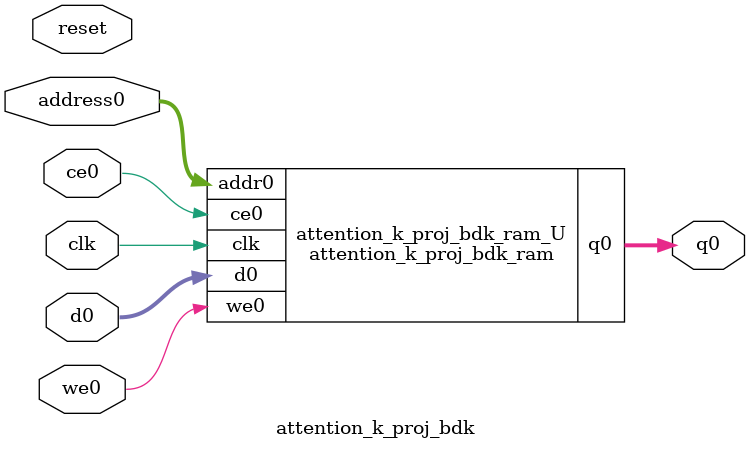
<source format=v>
`timescale 1 ns / 1 ps
module attention_k_proj_bdk_ram (addr0, ce0, d0, we0, q0,  clk);

parameter DWIDTH = 40;
parameter AWIDTH = 8;
parameter MEM_SIZE = 144;

input[AWIDTH-1:0] addr0;
input ce0;
input[DWIDTH-1:0] d0;
input we0;
output reg[DWIDTH-1:0] q0;
input clk;

(* ram_style = "block" *)reg [DWIDTH-1:0] ram[0:MEM_SIZE-1];




always @(posedge clk)  
begin 
    if (ce0) begin
        if (we0) 
            ram[addr0] <= d0; 
        q0 <= ram[addr0];
    end
end


endmodule

`timescale 1 ns / 1 ps
module attention_k_proj_bdk(
    reset,
    clk,
    address0,
    ce0,
    we0,
    d0,
    q0);

parameter DataWidth = 32'd40;
parameter AddressRange = 32'd144;
parameter AddressWidth = 32'd8;
input reset;
input clk;
input[AddressWidth - 1:0] address0;
input ce0;
input we0;
input[DataWidth - 1:0] d0;
output[DataWidth - 1:0] q0;



attention_k_proj_bdk_ram attention_k_proj_bdk_ram_U(
    .clk( clk ),
    .addr0( address0 ),
    .ce0( ce0 ),
    .we0( we0 ),
    .d0( d0 ),
    .q0( q0 ));

endmodule


</source>
